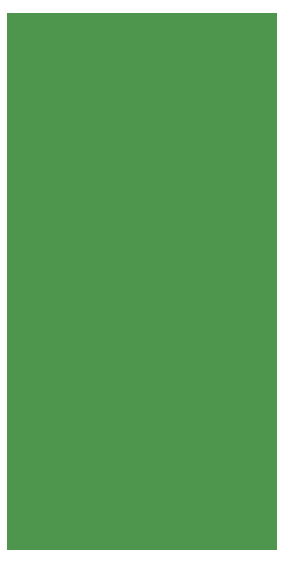
<source format=gbr>
G04 DipTrace 3.0.0.2*
G04 board_gamepad2usb.gbr*
%MOMM*%
G04 #@! TF.FileFunction,Drawing,Board polygon*
G04 #@! TF.Part,Single*
%FSLAX35Y35*%
G04*
G71*
G90*
G75*
G01*
G04 BoardPoly*
%LPD*%
G36*
X-3318223Y-1555913D2*
X-1031983D1*
Y2984813D1*
X-3318223D1*
Y-1555913D1*
G37*
M02*

</source>
